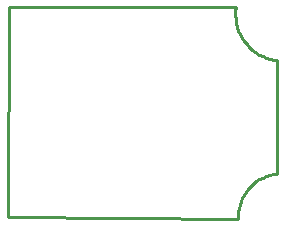
<source format=gbr>
G04 EAGLE Gerber RS-274X export*
G75*
%MOMM*%
%FSLAX34Y34*%
%LPD*%
%IN*%
%IPPOS*%
%AMOC8*
5,1,8,0,0,1.08239X$1,22.5*%
G01*
%ADD10C,0.254000*%


D10*
X-20500Y-4100D02*
X174301Y-5600D01*
X174199Y-2764D01*
X174347Y345D01*
X174765Y3429D01*
X175450Y6465D01*
X176397Y9429D01*
X177599Y12300D01*
X179047Y15055D01*
X180729Y17673D01*
X182633Y20135D01*
X184744Y22422D01*
X187047Y24515D01*
X189523Y26401D01*
X192154Y28063D01*
X194920Y29489D01*
X197800Y30669D01*
X200772Y31594D01*
X203813Y32256D01*
X206900Y32650D01*
X206900Y33850D01*
X206700Y129050D01*
X204200Y129350D01*
X201160Y129992D01*
X197898Y130972D01*
X194733Y132232D01*
X191689Y133764D01*
X188791Y135555D01*
X186060Y137591D01*
X183517Y139858D01*
X181181Y142338D01*
X179070Y145012D01*
X177201Y147860D01*
X175586Y150860D01*
X174239Y153989D01*
X173170Y157223D01*
X172387Y160539D01*
X171896Y163910D01*
X171701Y167311D01*
X171803Y170717D01*
X172201Y174100D01*
X-20100Y174100D01*
X-20500Y-4100D01*
M02*

</source>
